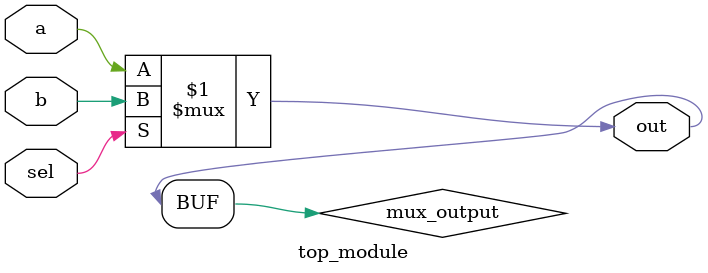
<source format=sv>
module top_module (
	input a,
	input b,
	input sel,
	output out
);

/* Declare internal wire */
wire mux_output;

/* Create 2-to-1 multiplexer */
assign mux_output = (sel) ? b : a;

/* Assign output */
assign out = mux_output;

endmodule

</source>
